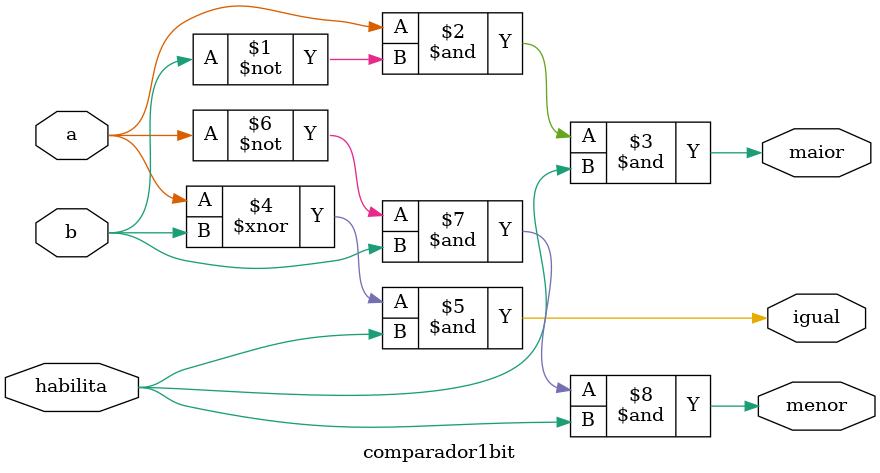
<source format=v>
module comparador1bit (a, b, habilita, maior, igual, menor);
	input a, b, habilita;
	output maior, igual, menor;

	assign maior = (a & ~b) & habilita;
	assign igual = (a ~^ b) & habilita;
	assign menor = (~a & b) & habilita;

endmodule
</source>
